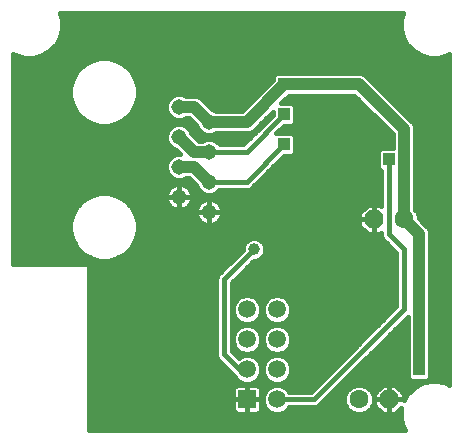
<source format=gbl>
G75*
%MOIN*%
%OFA0B0*%
%FSLAX25Y25*%
%IPPOS*%
%LPD*%
%AMOC8*
5,1,8,0,0,1.08239X$1,22.5*
%
%ADD10OC8,0.06300*%
%ADD11C,0.06300*%
%ADD12C,0.05150*%
%ADD13C,0.05906*%
%ADD14R,0.05906X0.05906*%
%ADD15C,0.01600*%
%ADD16C,0.04000*%
%ADD17R,0.03962X0.03962*%
%ADD18C,0.03962*%
D10*
X0136210Y0078520D03*
X0141210Y0018520D03*
D11*
X0131210Y0018520D03*
X0146210Y0078520D03*
D12*
X0081210Y0081020D03*
X0081210Y0091020D03*
X0081210Y0101020D03*
X0071210Y0106020D03*
X0071210Y0116020D03*
X0081210Y0111020D03*
X0071210Y0096020D03*
X0071210Y0086020D03*
D13*
X0093927Y0048520D03*
X0103927Y0048520D03*
X0103927Y0038520D03*
X0103927Y0028520D03*
X0093927Y0028520D03*
X0093927Y0038520D03*
X0103927Y0018520D03*
D14*
X0093927Y0018520D03*
D15*
X0041210Y0008320D02*
X0041210Y0063520D01*
X0016010Y0063520D01*
X0016010Y0133706D01*
X0016926Y0133177D01*
X0019749Y0132420D01*
X0022671Y0132420D01*
X0025494Y0133177D01*
X0028025Y0134638D01*
X0030092Y0136705D01*
X0031553Y0139236D01*
X0032309Y0142058D01*
X0032309Y0144981D01*
X0031655Y0147420D01*
X0145764Y0147420D01*
X0145111Y0144981D01*
X0145111Y0142058D01*
X0145867Y0139236D01*
X0147328Y0136705D01*
X0149395Y0134638D01*
X0151926Y0133177D01*
X0154749Y0132420D01*
X0157671Y0132420D01*
X0160494Y0133177D01*
X0161331Y0133660D01*
X0161331Y0023379D01*
X0160494Y0023862D01*
X0157671Y0024619D01*
X0154749Y0024619D01*
X0151926Y0023862D01*
X0149395Y0022401D01*
X0147328Y0020335D01*
X0146160Y0018311D01*
X0146160Y0018520D01*
X0146160Y0020570D01*
X0143260Y0023470D01*
X0141210Y0023470D01*
X0139160Y0023470D01*
X0136260Y0020570D01*
X0136260Y0018520D01*
X0141210Y0018520D01*
X0141210Y0018520D01*
X0141210Y0023470D01*
X0141210Y0018520D01*
X0146160Y0018520D01*
X0141210Y0018520D01*
X0141210Y0018520D01*
X0141210Y0018520D01*
X0136260Y0018520D01*
X0136260Y0016469D01*
X0139160Y0013570D01*
X0141210Y0013570D01*
X0143260Y0013570D01*
X0145272Y0015581D01*
X0145111Y0014981D01*
X0145111Y0012058D01*
X0145867Y0009236D01*
X0146396Y0008320D01*
X0041210Y0008320D01*
X0041210Y0009914D02*
X0145685Y0009914D01*
X0145257Y0011512D02*
X0041210Y0011512D01*
X0041210Y0013111D02*
X0145111Y0013111D01*
X0145111Y0014709D02*
X0144400Y0014709D01*
X0141210Y0014709D02*
X0141210Y0014709D01*
X0141210Y0013570D02*
X0141210Y0018520D01*
X0141210Y0018520D01*
X0141210Y0013570D01*
X0141210Y0016308D02*
X0141210Y0016308D01*
X0141210Y0017906D02*
X0141210Y0017906D01*
X0141210Y0019505D02*
X0141210Y0019505D01*
X0141210Y0021103D02*
X0141210Y0021103D01*
X0141210Y0022702D02*
X0141210Y0022702D01*
X0138392Y0022702D02*
X0134028Y0022702D01*
X0134014Y0022716D02*
X0132195Y0023470D01*
X0130225Y0023470D01*
X0128406Y0022716D01*
X0127014Y0021324D01*
X0126260Y0019504D01*
X0126260Y0017535D01*
X0127014Y0015716D01*
X0128406Y0014323D01*
X0130225Y0013570D01*
X0132195Y0013570D01*
X0134014Y0014323D01*
X0135406Y0015716D01*
X0136160Y0017535D01*
X0136160Y0019504D01*
X0135406Y0021324D01*
X0134014Y0022716D01*
X0135498Y0021103D02*
X0136793Y0021103D01*
X0136260Y0019505D02*
X0136160Y0019505D01*
X0136160Y0017906D02*
X0136260Y0017906D01*
X0136422Y0016308D02*
X0135652Y0016308D01*
X0134400Y0014709D02*
X0138020Y0014709D01*
X0146160Y0019505D02*
X0146849Y0019505D01*
X0145627Y0021103D02*
X0148097Y0021103D01*
X0149915Y0022702D02*
X0144028Y0022702D01*
X0147429Y0025793D02*
X0148483Y0024739D01*
X0150408Y0024739D01*
X0150454Y0024720D01*
X0151966Y0024720D01*
X0152011Y0024739D01*
X0153937Y0024739D01*
X0154991Y0025793D01*
X0154991Y0027718D01*
X0155010Y0027764D01*
X0155010Y0074276D01*
X0154431Y0075672D01*
X0153362Y0076741D01*
X0151160Y0078944D01*
X0151160Y0079504D01*
X0150406Y0081324D01*
X0150010Y0081720D01*
X0150010Y0109276D01*
X0149431Y0110672D01*
X0148362Y0111741D01*
X0133362Y0126741D01*
X0131966Y0127320D01*
X0105454Y0127320D01*
X0105408Y0127301D01*
X0103483Y0127301D01*
X0102429Y0126246D01*
X0102429Y0125113D01*
X0092136Y0114820D01*
X0083468Y0114820D01*
X0082300Y0115303D01*
X0078362Y0119241D01*
X0076966Y0119820D01*
X0073468Y0119820D01*
X0072080Y0120394D01*
X0070340Y0120394D01*
X0068732Y0119728D01*
X0067501Y0118498D01*
X0066835Y0116890D01*
X0066835Y0115149D01*
X0067501Y0113542D01*
X0068732Y0112311D01*
X0070340Y0111645D01*
X0072080Y0111645D01*
X0073468Y0112220D01*
X0074636Y0112220D01*
X0076926Y0109929D01*
X0077501Y0108542D01*
X0078732Y0107311D01*
X0080340Y0106645D01*
X0082080Y0106645D01*
X0083468Y0107220D01*
X0094466Y0107220D01*
X0095862Y0107798D01*
X0102429Y0114365D01*
X0102429Y0113416D01*
X0092633Y0103620D01*
X0084797Y0103620D01*
X0083688Y0104728D01*
X0082080Y0105394D01*
X0080340Y0105394D01*
X0078952Y0104820D01*
X0077784Y0104820D01*
X0075494Y0107110D01*
X0074919Y0108498D01*
X0073688Y0109728D01*
X0072080Y0110394D01*
X0070340Y0110394D01*
X0068732Y0109728D01*
X0067501Y0108498D01*
X0066835Y0106890D01*
X0066835Y0105149D01*
X0067501Y0103542D01*
X0068732Y0102311D01*
X0070120Y0101736D01*
X0071461Y0100394D01*
X0070340Y0100394D01*
X0068732Y0099728D01*
X0067501Y0098498D01*
X0066835Y0096890D01*
X0066835Y0095149D01*
X0067501Y0093542D01*
X0068732Y0092311D01*
X0070340Y0091645D01*
X0072080Y0091645D01*
X0073468Y0092220D01*
X0074636Y0092220D01*
X0076926Y0089929D01*
X0077501Y0088542D01*
X0078732Y0087311D01*
X0080340Y0086645D01*
X0082080Y0086645D01*
X0083688Y0087311D01*
X0084797Y0088420D01*
X0094227Y0088420D01*
X0095183Y0088816D01*
X0106106Y0099739D01*
X0108937Y0099739D01*
X0109991Y0100793D01*
X0109991Y0106246D01*
X0108937Y0107301D01*
X0103668Y0107301D01*
X0106106Y0109739D01*
X0108937Y0109739D01*
X0109991Y0110793D01*
X0109991Y0116246D01*
X0108937Y0117301D01*
X0105365Y0117301D01*
X0107784Y0119720D01*
X0129636Y0119720D01*
X0142410Y0106946D01*
X0142410Y0102301D01*
X0138483Y0102301D01*
X0137429Y0101246D01*
X0137429Y0095793D01*
X0138483Y0094739D01*
X0138610Y0094739D01*
X0138610Y0083120D01*
X0138260Y0083470D01*
X0136210Y0083470D01*
X0134160Y0083470D01*
X0131260Y0080570D01*
X0131260Y0078520D01*
X0136210Y0078520D01*
X0136210Y0078520D01*
X0136210Y0083470D01*
X0136210Y0078520D01*
X0136210Y0078520D01*
X0131260Y0078520D01*
X0131260Y0076469D01*
X0134160Y0073570D01*
X0136210Y0073570D01*
X0138260Y0073570D01*
X0138610Y0073919D01*
X0138610Y0073002D01*
X0139006Y0072047D01*
X0143610Y0067443D01*
X0143610Y0049597D01*
X0115133Y0021120D01*
X0107994Y0021120D01*
X0107956Y0021212D01*
X0106619Y0022549D01*
X0104872Y0023272D01*
X0102981Y0023272D01*
X0101234Y0022549D01*
X0099897Y0021212D01*
X0099174Y0019465D01*
X0099174Y0017574D01*
X0099897Y0015827D01*
X0101234Y0014490D01*
X0102981Y0013767D01*
X0104872Y0013767D01*
X0106619Y0014490D01*
X0107956Y0015827D01*
X0107994Y0015920D01*
X0116727Y0015920D01*
X0117683Y0016316D01*
X0147410Y0046043D01*
X0147410Y0027764D01*
X0147429Y0027718D01*
X0147429Y0025793D01*
X0147429Y0025899D02*
X0127266Y0025899D01*
X0128865Y0027497D02*
X0147429Y0027497D01*
X0147410Y0029096D02*
X0130463Y0029096D01*
X0132062Y0030694D02*
X0147410Y0030694D01*
X0147410Y0032293D02*
X0133660Y0032293D01*
X0135259Y0033891D02*
X0147410Y0033891D01*
X0147410Y0035490D02*
X0136857Y0035490D01*
X0138456Y0037088D02*
X0147410Y0037088D01*
X0147410Y0038687D02*
X0140054Y0038687D01*
X0141653Y0040285D02*
X0147410Y0040285D01*
X0147410Y0041884D02*
X0143251Y0041884D01*
X0144850Y0043482D02*
X0147410Y0043482D01*
X0147410Y0045081D02*
X0146448Y0045081D01*
X0142291Y0048278D02*
X0108679Y0048278D01*
X0108679Y0047574D02*
X0107956Y0045827D01*
X0106619Y0044490D01*
X0104872Y0043767D01*
X0102981Y0043767D01*
X0101234Y0044490D01*
X0099897Y0045827D01*
X0099174Y0047574D01*
X0099174Y0049465D01*
X0099897Y0051212D01*
X0101234Y0052549D01*
X0102981Y0053272D01*
X0104872Y0053272D01*
X0106619Y0052549D01*
X0107956Y0051212D01*
X0108679Y0049465D01*
X0108679Y0047574D01*
X0108309Y0046679D02*
X0140693Y0046679D01*
X0139094Y0045081D02*
X0107209Y0045081D01*
X0106619Y0042549D02*
X0104872Y0043272D01*
X0102981Y0043272D01*
X0101234Y0042549D01*
X0099897Y0041212D01*
X0099174Y0039465D01*
X0099174Y0037574D01*
X0099897Y0035827D01*
X0101234Y0034490D01*
X0102981Y0033767D01*
X0104872Y0033767D01*
X0106619Y0034490D01*
X0107956Y0035827D01*
X0108679Y0037574D01*
X0108679Y0039465D01*
X0107956Y0041212D01*
X0106619Y0042549D01*
X0107284Y0041884D02*
X0135897Y0041884D01*
X0134299Y0040285D02*
X0108339Y0040285D01*
X0108679Y0038687D02*
X0132700Y0038687D01*
X0131102Y0037088D02*
X0108478Y0037088D01*
X0107618Y0035490D02*
X0129503Y0035490D01*
X0127905Y0033891D02*
X0105172Y0033891D01*
X0104872Y0033272D02*
X0102981Y0033272D01*
X0101234Y0032549D01*
X0099897Y0031212D01*
X0099174Y0029465D01*
X0099174Y0027574D01*
X0099897Y0025827D01*
X0101234Y0024490D01*
X0102981Y0023767D01*
X0104872Y0023767D01*
X0106619Y0024490D01*
X0107956Y0025827D01*
X0108679Y0027574D01*
X0108679Y0029465D01*
X0107956Y0031212D01*
X0106619Y0032549D01*
X0104872Y0033272D01*
X0106875Y0032293D02*
X0126306Y0032293D01*
X0124708Y0030694D02*
X0108170Y0030694D01*
X0108679Y0029096D02*
X0123109Y0029096D01*
X0121511Y0027497D02*
X0108647Y0027497D01*
X0107985Y0025899D02*
X0119912Y0025899D01*
X0118314Y0024300D02*
X0106160Y0024300D01*
X0106249Y0022702D02*
X0116715Y0022702D01*
X0120872Y0019505D02*
X0126260Y0019505D01*
X0126260Y0017906D02*
X0119273Y0017906D01*
X0117664Y0016308D02*
X0126768Y0016308D01*
X0128020Y0014709D02*
X0106837Y0014709D01*
X0103927Y0018520D02*
X0116210Y0018520D01*
X0146210Y0048520D01*
X0146210Y0068520D01*
X0141210Y0073520D01*
X0141210Y0098520D01*
X0137429Y0097832D02*
X0104199Y0097832D01*
X0105798Y0099430D02*
X0137429Y0099430D01*
X0137429Y0101029D02*
X0109991Y0101029D01*
X0109991Y0102627D02*
X0142410Y0102627D01*
X0142410Y0104226D02*
X0109991Y0104226D01*
X0109991Y0105824D02*
X0142410Y0105824D01*
X0141933Y0107423D02*
X0103790Y0107423D01*
X0105389Y0109021D02*
X0140334Y0109021D01*
X0138736Y0110620D02*
X0109818Y0110620D01*
X0109991Y0112218D02*
X0137137Y0112218D01*
X0135539Y0113817D02*
X0109991Y0113817D01*
X0109991Y0115415D02*
X0133940Y0115415D01*
X0132342Y0117014D02*
X0109223Y0117014D01*
X0106677Y0118612D02*
X0130743Y0118612D01*
X0136696Y0123408D02*
X0161331Y0123408D01*
X0161331Y0121810D02*
X0138294Y0121810D01*
X0139893Y0120211D02*
X0161331Y0120211D01*
X0161331Y0118612D02*
X0141491Y0118612D01*
X0143090Y0117014D02*
X0161331Y0117014D01*
X0161331Y0115415D02*
X0144688Y0115415D01*
X0146287Y0113817D02*
X0161331Y0113817D01*
X0161331Y0112218D02*
X0147885Y0112218D01*
X0149453Y0110620D02*
X0161331Y0110620D01*
X0161331Y0109021D02*
X0150010Y0109021D01*
X0150010Y0107423D02*
X0161331Y0107423D01*
X0161331Y0105824D02*
X0150010Y0105824D01*
X0150010Y0104226D02*
X0161331Y0104226D01*
X0161331Y0102627D02*
X0150010Y0102627D01*
X0150010Y0101029D02*
X0161331Y0101029D01*
X0161331Y0099430D02*
X0150010Y0099430D01*
X0150010Y0097832D02*
X0161331Y0097832D01*
X0161331Y0096233D02*
X0150010Y0096233D01*
X0150010Y0094635D02*
X0161331Y0094635D01*
X0161331Y0093036D02*
X0150010Y0093036D01*
X0150010Y0091438D02*
X0161331Y0091438D01*
X0161331Y0089839D02*
X0150010Y0089839D01*
X0150010Y0088241D02*
X0161331Y0088241D01*
X0161331Y0086642D02*
X0150010Y0086642D01*
X0150010Y0085044D02*
X0161331Y0085044D01*
X0161331Y0083445D02*
X0150010Y0083445D01*
X0150010Y0081847D02*
X0161331Y0081847D01*
X0161331Y0080248D02*
X0150852Y0080248D01*
X0151454Y0078650D02*
X0161331Y0078650D01*
X0161331Y0077051D02*
X0153052Y0077051D01*
X0154522Y0075453D02*
X0161331Y0075453D01*
X0161331Y0073854D02*
X0155010Y0073854D01*
X0155010Y0072256D02*
X0161331Y0072256D01*
X0161331Y0070657D02*
X0155010Y0070657D01*
X0155010Y0069059D02*
X0161331Y0069059D01*
X0161331Y0067460D02*
X0155010Y0067460D01*
X0155010Y0065862D02*
X0161331Y0065862D01*
X0161331Y0064263D02*
X0155010Y0064263D01*
X0155010Y0062665D02*
X0161331Y0062665D01*
X0161331Y0061066D02*
X0155010Y0061066D01*
X0155010Y0059468D02*
X0161331Y0059468D01*
X0161331Y0057869D02*
X0155010Y0057869D01*
X0155010Y0056271D02*
X0161331Y0056271D01*
X0161331Y0054672D02*
X0155010Y0054672D01*
X0155010Y0053074D02*
X0161331Y0053074D01*
X0161331Y0051475D02*
X0155010Y0051475D01*
X0155010Y0049877D02*
X0161331Y0049877D01*
X0161331Y0048278D02*
X0155010Y0048278D01*
X0155010Y0046679D02*
X0161331Y0046679D01*
X0161331Y0045081D02*
X0155010Y0045081D01*
X0155010Y0043482D02*
X0161331Y0043482D01*
X0161331Y0041884D02*
X0155010Y0041884D01*
X0155010Y0040285D02*
X0161331Y0040285D01*
X0161331Y0038687D02*
X0155010Y0038687D01*
X0155010Y0037088D02*
X0161331Y0037088D01*
X0161331Y0035490D02*
X0155010Y0035490D01*
X0155010Y0033891D02*
X0161331Y0033891D01*
X0161331Y0032293D02*
X0155010Y0032293D01*
X0155010Y0030694D02*
X0161331Y0030694D01*
X0161331Y0029096D02*
X0155010Y0029096D01*
X0154991Y0027497D02*
X0161331Y0027497D01*
X0161331Y0025899D02*
X0154991Y0025899D01*
X0153560Y0024300D02*
X0125668Y0024300D01*
X0124069Y0022702D02*
X0128392Y0022702D01*
X0126922Y0021103D02*
X0122471Y0021103D01*
X0102681Y0033891D02*
X0095172Y0033891D01*
X0094872Y0033767D02*
X0096619Y0034490D01*
X0097956Y0035827D01*
X0098679Y0037574D01*
X0098679Y0039465D01*
X0097956Y0041212D01*
X0096619Y0042549D01*
X0094872Y0043272D01*
X0092981Y0043272D01*
X0091234Y0042549D01*
X0089897Y0041212D01*
X0089174Y0039465D01*
X0089174Y0037574D01*
X0089897Y0035827D01*
X0091234Y0034490D01*
X0092981Y0033767D01*
X0094872Y0033767D01*
X0094872Y0033272D02*
X0092981Y0033272D01*
X0091234Y0032549D01*
X0091046Y0032361D01*
X0088810Y0034597D01*
X0088810Y0057443D01*
X0096106Y0064739D01*
X0096962Y0064739D01*
X0098352Y0065314D01*
X0099415Y0066378D01*
X0099991Y0067768D01*
X0099991Y0069272D01*
X0099415Y0070662D01*
X0098352Y0071725D01*
X0096962Y0072301D01*
X0095458Y0072301D01*
X0094068Y0071725D01*
X0093005Y0070662D01*
X0092429Y0069272D01*
X0092429Y0068416D01*
X0084006Y0059992D01*
X0083610Y0059037D01*
X0083610Y0033002D01*
X0084006Y0032047D01*
X0089665Y0026387D01*
X0089897Y0025827D01*
X0091234Y0024490D01*
X0092981Y0023767D01*
X0094872Y0023767D01*
X0096619Y0024490D01*
X0097956Y0025827D01*
X0098679Y0027574D01*
X0098679Y0029465D01*
X0097956Y0031212D01*
X0096619Y0032549D01*
X0094872Y0033272D01*
X0092681Y0033891D02*
X0089515Y0033891D01*
X0088810Y0035490D02*
X0090235Y0035490D01*
X0089375Y0037088D02*
X0088810Y0037088D01*
X0088810Y0038687D02*
X0089174Y0038687D01*
X0089514Y0040285D02*
X0088810Y0040285D01*
X0088810Y0041884D02*
X0090569Y0041884D01*
X0088810Y0043482D02*
X0137496Y0043482D01*
X0143610Y0049877D02*
X0108509Y0049877D01*
X0107693Y0051475D02*
X0143610Y0051475D01*
X0143610Y0053074D02*
X0105352Y0053074D01*
X0102501Y0053074D02*
X0095352Y0053074D01*
X0094872Y0053272D02*
X0096619Y0052549D01*
X0097956Y0051212D01*
X0098679Y0049465D01*
X0098679Y0047574D01*
X0097956Y0045827D01*
X0096619Y0044490D01*
X0094872Y0043767D01*
X0092981Y0043767D01*
X0091234Y0044490D01*
X0089897Y0045827D01*
X0089174Y0047574D01*
X0089174Y0049465D01*
X0089897Y0051212D01*
X0091234Y0052549D01*
X0092981Y0053272D01*
X0094872Y0053272D01*
X0092501Y0053074D02*
X0088810Y0053074D01*
X0088810Y0054672D02*
X0143610Y0054672D01*
X0143610Y0056271D02*
X0088810Y0056271D01*
X0089236Y0057869D02*
X0143610Y0057869D01*
X0143610Y0059468D02*
X0090835Y0059468D01*
X0092433Y0061066D02*
X0143610Y0061066D01*
X0143610Y0062665D02*
X0094032Y0062665D01*
X0095630Y0064263D02*
X0143610Y0064263D01*
X0143610Y0065862D02*
X0098899Y0065862D01*
X0099864Y0067460D02*
X0143593Y0067460D01*
X0141994Y0069059D02*
X0099991Y0069059D01*
X0099417Y0070657D02*
X0140396Y0070657D01*
X0138919Y0072256D02*
X0097071Y0072256D01*
X0095349Y0072256D02*
X0056794Y0072256D01*
X0056644Y0071698D02*
X0057408Y0074545D01*
X0057408Y0077494D01*
X0056644Y0080342D01*
X0055170Y0082895D01*
X0053085Y0084980D01*
X0050532Y0086454D01*
X0047684Y0087217D01*
X0044736Y0087217D01*
X0041888Y0086454D01*
X0039334Y0084980D01*
X0037250Y0082895D01*
X0035775Y0080342D01*
X0035012Y0077494D01*
X0035012Y0074545D01*
X0035775Y0071698D01*
X0037250Y0069144D01*
X0039334Y0067059D01*
X0041888Y0065585D01*
X0044736Y0064822D01*
X0047684Y0064822D01*
X0050532Y0065585D01*
X0053085Y0067059D01*
X0055170Y0069144D01*
X0056644Y0071698D01*
X0056044Y0070657D02*
X0093003Y0070657D01*
X0092429Y0069059D02*
X0055085Y0069059D01*
X0053486Y0067460D02*
X0091473Y0067460D01*
X0089875Y0065862D02*
X0051011Y0065862D01*
X0057222Y0073854D02*
X0133875Y0073854D01*
X0132277Y0075453D02*
X0057408Y0075453D01*
X0057408Y0077051D02*
X0079362Y0077051D01*
X0079531Y0076965D02*
X0078917Y0077278D01*
X0078360Y0077683D01*
X0077873Y0078170D01*
X0077468Y0078727D01*
X0077156Y0079340D01*
X0076943Y0079995D01*
X0076835Y0080675D01*
X0076835Y0081020D01*
X0081210Y0081020D01*
X0081210Y0081020D01*
X0081210Y0085394D01*
X0081554Y0085394D01*
X0082234Y0085287D01*
X0082889Y0085074D01*
X0083503Y0084761D01*
X0084060Y0084357D01*
X0084547Y0083870D01*
X0084952Y0083313D01*
X0085264Y0082699D01*
X0085477Y0082044D01*
X0085585Y0081364D01*
X0085585Y0081020D01*
X0081210Y0081020D01*
X0081210Y0085394D01*
X0080866Y0085394D01*
X0080186Y0085287D01*
X0079531Y0085074D01*
X0078917Y0084761D01*
X0078360Y0084357D01*
X0077873Y0083870D01*
X0077468Y0083313D01*
X0077156Y0082699D01*
X0076943Y0082044D01*
X0076835Y0081364D01*
X0076835Y0081020D01*
X0081210Y0081020D01*
X0081210Y0081020D01*
X0081210Y0081020D01*
X0085585Y0081020D01*
X0085585Y0080675D01*
X0085477Y0079995D01*
X0085264Y0079340D01*
X0084952Y0078727D01*
X0084547Y0078170D01*
X0084060Y0077683D01*
X0083503Y0077278D01*
X0082889Y0076965D01*
X0082234Y0076753D01*
X0081554Y0076645D01*
X0081210Y0076645D01*
X0081210Y0081020D01*
X0081210Y0081020D01*
X0081210Y0076645D01*
X0080866Y0076645D01*
X0080186Y0076753D01*
X0079531Y0076965D01*
X0081210Y0077051D02*
X0081210Y0077051D01*
X0081210Y0078650D02*
X0081210Y0078650D01*
X0081210Y0080248D02*
X0081210Y0080248D01*
X0081210Y0081847D02*
X0081210Y0081847D01*
X0081210Y0083445D02*
X0081210Y0083445D01*
X0081210Y0085044D02*
X0081210Y0085044D01*
X0082949Y0085044D02*
X0138610Y0085044D01*
X0138610Y0086642D02*
X0075541Y0086642D01*
X0075585Y0086364D02*
X0075477Y0087044D01*
X0075264Y0087699D01*
X0074952Y0088313D01*
X0074547Y0088870D01*
X0074060Y0089357D01*
X0073503Y0089761D01*
X0072889Y0090074D01*
X0072234Y0090287D01*
X0071554Y0090394D01*
X0071210Y0090394D01*
X0071210Y0086020D01*
X0071210Y0086020D01*
X0071210Y0090394D01*
X0070866Y0090394D01*
X0070186Y0090287D01*
X0069531Y0090074D01*
X0068917Y0089761D01*
X0068360Y0089357D01*
X0067873Y0088870D01*
X0067468Y0088313D01*
X0067156Y0087699D01*
X0066943Y0087044D01*
X0066835Y0086364D01*
X0066835Y0086020D01*
X0071210Y0086020D01*
X0075585Y0086020D01*
X0075585Y0086364D01*
X0075585Y0086020D02*
X0071210Y0086020D01*
X0071210Y0086020D01*
X0071210Y0086020D01*
X0066835Y0086020D01*
X0066835Y0085675D01*
X0066943Y0084995D01*
X0067156Y0084340D01*
X0067468Y0083727D01*
X0067873Y0083170D01*
X0068360Y0082683D01*
X0068917Y0082278D01*
X0069531Y0081965D01*
X0070186Y0081753D01*
X0070866Y0081645D01*
X0071210Y0081645D01*
X0071554Y0081645D01*
X0072234Y0081753D01*
X0072889Y0081965D01*
X0073503Y0082278D01*
X0074060Y0082683D01*
X0074547Y0083170D01*
X0074952Y0083727D01*
X0075264Y0084340D01*
X0075477Y0084995D01*
X0075585Y0085675D01*
X0075585Y0086020D01*
X0075485Y0085044D02*
X0079471Y0085044D01*
X0077565Y0083445D02*
X0074747Y0083445D01*
X0076912Y0081847D02*
X0072524Y0081847D01*
X0071210Y0081847D02*
X0071210Y0081847D01*
X0071210Y0081645D02*
X0071210Y0086020D01*
X0071210Y0086020D01*
X0071210Y0081645D01*
X0069896Y0081847D02*
X0055776Y0081847D01*
X0056670Y0080248D02*
X0076903Y0080248D01*
X0077524Y0078650D02*
X0057098Y0078650D01*
X0054620Y0083445D02*
X0067673Y0083445D01*
X0066935Y0085044D02*
X0052975Y0085044D01*
X0049830Y0086642D02*
X0066879Y0086642D01*
X0067432Y0088241D02*
X0016010Y0088241D01*
X0016010Y0089839D02*
X0069070Y0089839D01*
X0071210Y0089839D02*
X0071210Y0089839D01*
X0071210Y0088241D02*
X0071210Y0088241D01*
X0071210Y0086642D02*
X0071210Y0086642D01*
X0071210Y0085044D02*
X0071210Y0085044D01*
X0071210Y0083445D02*
X0071210Y0083445D01*
X0074988Y0088241D02*
X0077802Y0088241D01*
X0076964Y0089839D02*
X0073350Y0089839D01*
X0075418Y0091438D02*
X0016010Y0091438D01*
X0016010Y0093036D02*
X0068006Y0093036D01*
X0067048Y0094635D02*
X0016010Y0094635D01*
X0016010Y0096233D02*
X0066835Y0096233D01*
X0067225Y0097832D02*
X0016010Y0097832D01*
X0016010Y0099430D02*
X0068434Y0099430D01*
X0070827Y0101029D02*
X0016010Y0101029D01*
X0016010Y0102627D02*
X0068415Y0102627D01*
X0067218Y0104226D02*
X0016010Y0104226D01*
X0016010Y0105824D02*
X0066835Y0105824D01*
X0067056Y0107423D02*
X0016010Y0107423D01*
X0016010Y0109021D02*
X0068025Y0109021D01*
X0068955Y0112218D02*
X0053245Y0112218D01*
X0053085Y0112059D02*
X0055170Y0114144D01*
X0056644Y0116698D01*
X0057408Y0119545D01*
X0057408Y0122494D01*
X0056644Y0125342D01*
X0055170Y0127895D01*
X0053085Y0129980D01*
X0050532Y0131454D01*
X0047684Y0132217D01*
X0044736Y0132217D01*
X0041888Y0131454D01*
X0039334Y0129980D01*
X0037250Y0127895D01*
X0035775Y0125342D01*
X0035012Y0122494D01*
X0035012Y0119545D01*
X0035775Y0116698D01*
X0037250Y0114144D01*
X0039334Y0112059D01*
X0041888Y0110585D01*
X0044736Y0109822D01*
X0047684Y0109822D01*
X0050532Y0110585D01*
X0053085Y0112059D01*
X0050592Y0110620D02*
X0076236Y0110620D01*
X0074637Y0112218D02*
X0073465Y0112218D01*
X0074395Y0109021D02*
X0077302Y0109021D01*
X0078620Y0107423D02*
X0075364Y0107423D01*
X0076779Y0105824D02*
X0094838Y0105824D01*
X0094956Y0107423D02*
X0096436Y0107423D01*
X0097086Y0109021D02*
X0098035Y0109021D01*
X0098684Y0110620D02*
X0099633Y0110620D01*
X0100283Y0112218D02*
X0101232Y0112218D01*
X0101881Y0113817D02*
X0102429Y0113817D01*
X0106210Y0113520D02*
X0093710Y0101020D01*
X0081210Y0101020D01*
X0084191Y0104226D02*
X0093239Y0104226D01*
X0102601Y0096233D02*
X0137429Y0096233D01*
X0138610Y0094635D02*
X0101002Y0094635D01*
X0099404Y0093036D02*
X0138610Y0093036D01*
X0138610Y0091438D02*
X0097805Y0091438D01*
X0096207Y0089839D02*
X0138610Y0089839D01*
X0138610Y0088241D02*
X0084618Y0088241D01*
X0081210Y0091020D02*
X0093710Y0091020D01*
X0106210Y0103520D01*
X0092732Y0115415D02*
X0082188Y0115415D01*
X0080590Y0117014D02*
X0094330Y0117014D01*
X0095929Y0118612D02*
X0078991Y0118612D01*
X0072523Y0120211D02*
X0097527Y0120211D01*
X0099126Y0121810D02*
X0057408Y0121810D01*
X0057408Y0120211D02*
X0069897Y0120211D01*
X0067616Y0118612D02*
X0057158Y0118612D01*
X0056729Y0117014D02*
X0066887Y0117014D01*
X0066835Y0115415D02*
X0055904Y0115415D01*
X0054843Y0113817D02*
X0067387Y0113817D01*
X0057163Y0123408D02*
X0100724Y0123408D01*
X0102323Y0125007D02*
X0056734Y0125007D01*
X0055915Y0126605D02*
X0102788Y0126605D01*
X0133499Y0126605D02*
X0161331Y0126605D01*
X0161331Y0125007D02*
X0135097Y0125007D01*
X0147837Y0136196D02*
X0029583Y0136196D01*
X0030721Y0137795D02*
X0146699Y0137795D01*
X0145825Y0139393D02*
X0031595Y0139393D01*
X0032023Y0140992D02*
X0145397Y0140992D01*
X0145111Y0142590D02*
X0032309Y0142590D01*
X0032309Y0144189D02*
X0145111Y0144189D01*
X0145327Y0145787D02*
X0032093Y0145787D01*
X0031665Y0147386D02*
X0145755Y0147386D01*
X0149465Y0134598D02*
X0027955Y0134598D01*
X0024831Y0132999D02*
X0152589Y0132999D01*
X0159831Y0132999D02*
X0161331Y0132999D01*
X0161331Y0131401D02*
X0050625Y0131401D01*
X0053263Y0129802D02*
X0161331Y0129802D01*
X0161331Y0128204D02*
X0054862Y0128204D01*
X0041795Y0131401D02*
X0016010Y0131401D01*
X0016010Y0132999D02*
X0017589Y0132999D01*
X0016010Y0129802D02*
X0039157Y0129802D01*
X0037558Y0128204D02*
X0016010Y0128204D01*
X0016010Y0126605D02*
X0036505Y0126605D01*
X0035686Y0125007D02*
X0016010Y0125007D01*
X0016010Y0123408D02*
X0035257Y0123408D01*
X0035012Y0121810D02*
X0016010Y0121810D01*
X0016010Y0120211D02*
X0035012Y0120211D01*
X0035262Y0118612D02*
X0016010Y0118612D01*
X0016010Y0117014D02*
X0035691Y0117014D01*
X0036516Y0115415D02*
X0016010Y0115415D01*
X0016010Y0113817D02*
X0037577Y0113817D01*
X0039175Y0112218D02*
X0016010Y0112218D01*
X0016010Y0110620D02*
X0041828Y0110620D01*
X0042590Y0086642D02*
X0016010Y0086642D01*
X0016010Y0085044D02*
X0039445Y0085044D01*
X0037800Y0083445D02*
X0016010Y0083445D01*
X0016010Y0081847D02*
X0036644Y0081847D01*
X0035750Y0080248D02*
X0016010Y0080248D01*
X0016010Y0078650D02*
X0035322Y0078650D01*
X0035012Y0077051D02*
X0016010Y0077051D01*
X0016010Y0075453D02*
X0035012Y0075453D01*
X0035198Y0073854D02*
X0016010Y0073854D01*
X0016010Y0072256D02*
X0035626Y0072256D01*
X0036376Y0070657D02*
X0016010Y0070657D01*
X0016010Y0069059D02*
X0037335Y0069059D01*
X0038934Y0067460D02*
X0016010Y0067460D01*
X0016010Y0065862D02*
X0041409Y0065862D01*
X0041210Y0062665D02*
X0086678Y0062665D01*
X0088276Y0064263D02*
X0016010Y0064263D01*
X0041210Y0061066D02*
X0085079Y0061066D01*
X0083788Y0059468D02*
X0041210Y0059468D01*
X0041210Y0057869D02*
X0083610Y0057869D01*
X0083610Y0056271D02*
X0041210Y0056271D01*
X0041210Y0054672D02*
X0083610Y0054672D01*
X0083610Y0053074D02*
X0041210Y0053074D01*
X0041210Y0051475D02*
X0083610Y0051475D01*
X0083610Y0049877D02*
X0041210Y0049877D01*
X0041210Y0048278D02*
X0083610Y0048278D01*
X0083610Y0046679D02*
X0041210Y0046679D01*
X0041210Y0045081D02*
X0083610Y0045081D01*
X0083610Y0043482D02*
X0041210Y0043482D01*
X0041210Y0041884D02*
X0083610Y0041884D01*
X0083610Y0040285D02*
X0041210Y0040285D01*
X0041210Y0038687D02*
X0083610Y0038687D01*
X0083610Y0037088D02*
X0041210Y0037088D01*
X0041210Y0035490D02*
X0083610Y0035490D01*
X0083610Y0033891D02*
X0041210Y0033891D01*
X0041210Y0032293D02*
X0083904Y0032293D01*
X0085358Y0030694D02*
X0041210Y0030694D01*
X0041210Y0029096D02*
X0086957Y0029096D01*
X0088555Y0027497D02*
X0041210Y0027497D01*
X0041210Y0025899D02*
X0089868Y0025899D01*
X0091693Y0024300D02*
X0041210Y0024300D01*
X0041210Y0022702D02*
X0089658Y0022702D01*
X0089533Y0022578D02*
X0089296Y0022167D01*
X0089174Y0021709D01*
X0089174Y0018520D01*
X0093926Y0018520D01*
X0093926Y0018520D01*
X0093926Y0023272D01*
X0090737Y0023272D01*
X0090279Y0023150D01*
X0089869Y0022913D01*
X0089533Y0022578D01*
X0089174Y0021103D02*
X0041210Y0021103D01*
X0041210Y0019505D02*
X0089174Y0019505D01*
X0089174Y0018520D02*
X0089174Y0015330D01*
X0089296Y0014872D01*
X0089533Y0014462D01*
X0089869Y0014127D01*
X0090279Y0013890D01*
X0090737Y0013767D01*
X0093926Y0013767D01*
X0093926Y0018520D01*
X0093927Y0018520D01*
X0098679Y0018520D01*
X0098679Y0021709D01*
X0098557Y0022167D01*
X0098320Y0022578D01*
X0097984Y0022913D01*
X0097574Y0023150D01*
X0097116Y0023272D01*
X0093927Y0023272D01*
X0093927Y0018520D01*
X0093927Y0018520D01*
X0098679Y0018520D01*
X0098679Y0015330D01*
X0098557Y0014872D01*
X0098320Y0014462D01*
X0097984Y0014127D01*
X0097574Y0013890D01*
X0097116Y0013767D01*
X0093927Y0013767D01*
X0093927Y0018520D01*
X0093926Y0018520D01*
X0089174Y0018520D01*
X0089174Y0017906D02*
X0041210Y0017906D01*
X0041210Y0016308D02*
X0089174Y0016308D01*
X0089390Y0014709D02*
X0041210Y0014709D01*
X0086210Y0033520D02*
X0086210Y0058520D01*
X0096210Y0068520D01*
X0084896Y0078650D02*
X0131260Y0078650D01*
X0131260Y0080248D02*
X0085517Y0080248D01*
X0085508Y0081847D02*
X0132537Y0081847D01*
X0134135Y0083445D02*
X0084855Y0083445D01*
X0083058Y0077051D02*
X0131260Y0077051D01*
X0136210Y0077051D02*
X0136210Y0077051D01*
X0136210Y0078520D02*
X0136210Y0073570D01*
X0136210Y0078520D01*
X0136210Y0078520D01*
X0136210Y0078650D02*
X0136210Y0078650D01*
X0136210Y0080248D02*
X0136210Y0080248D01*
X0136210Y0081847D02*
X0136210Y0081847D01*
X0136210Y0083445D02*
X0136210Y0083445D01*
X0138285Y0083445D02*
X0138610Y0083445D01*
X0136210Y0075453D02*
X0136210Y0075453D01*
X0136210Y0073854D02*
X0136210Y0073854D01*
X0138545Y0073854D02*
X0138610Y0073854D01*
X0100644Y0045081D02*
X0097209Y0045081D01*
X0098309Y0046679D02*
X0099544Y0046679D01*
X0099174Y0048278D02*
X0098679Y0048278D01*
X0098509Y0049877D02*
X0099344Y0049877D01*
X0100160Y0051475D02*
X0097693Y0051475D01*
X0090160Y0051475D02*
X0088810Y0051475D01*
X0088810Y0049877D02*
X0089344Y0049877D01*
X0089174Y0048278D02*
X0088810Y0048278D01*
X0088810Y0046679D02*
X0089544Y0046679D01*
X0088810Y0045081D02*
X0090644Y0045081D01*
X0097284Y0041884D02*
X0100569Y0041884D01*
X0099514Y0040285D02*
X0098339Y0040285D01*
X0098679Y0038687D02*
X0099174Y0038687D01*
X0099375Y0037088D02*
X0098478Y0037088D01*
X0097618Y0035490D02*
X0100235Y0035490D01*
X0100978Y0032293D02*
X0096875Y0032293D01*
X0098170Y0030694D02*
X0099683Y0030694D01*
X0099174Y0029096D02*
X0098679Y0029096D01*
X0098647Y0027497D02*
X0099206Y0027497D01*
X0099868Y0025899D02*
X0097985Y0025899D01*
X0096160Y0024300D02*
X0101693Y0024300D01*
X0101604Y0022702D02*
X0098195Y0022702D01*
X0098679Y0021103D02*
X0099852Y0021103D01*
X0099190Y0019505D02*
X0098679Y0019505D01*
X0098679Y0017906D02*
X0099174Y0017906D01*
X0098679Y0016308D02*
X0099698Y0016308D01*
X0098463Y0014709D02*
X0101016Y0014709D01*
X0093927Y0014709D02*
X0093926Y0014709D01*
X0093926Y0016308D02*
X0093927Y0016308D01*
X0093926Y0017906D02*
X0093927Y0017906D01*
X0093926Y0019505D02*
X0093927Y0019505D01*
X0093926Y0021103D02*
X0093927Y0021103D01*
X0093926Y0022702D02*
X0093927Y0022702D01*
X0093927Y0028520D02*
X0091210Y0028520D01*
X0086210Y0033520D01*
X0158860Y0024300D02*
X0161331Y0024300D01*
D16*
X0151210Y0028520D02*
X0151210Y0073520D01*
X0146210Y0078520D01*
X0146210Y0108520D01*
X0131210Y0123520D01*
X0106210Y0123520D01*
X0093710Y0111020D01*
X0081210Y0111020D01*
X0076210Y0116020D01*
X0071210Y0116020D01*
X0071210Y0106020D02*
X0076210Y0101020D01*
X0081210Y0101020D01*
X0076210Y0096020D02*
X0081210Y0091020D01*
X0076210Y0096020D02*
X0071210Y0096020D01*
D17*
X0106210Y0103520D03*
X0106210Y0113520D03*
X0106210Y0123520D03*
X0141210Y0098520D03*
X0151210Y0028520D03*
D18*
X0096210Y0068520D03*
M02*

</source>
